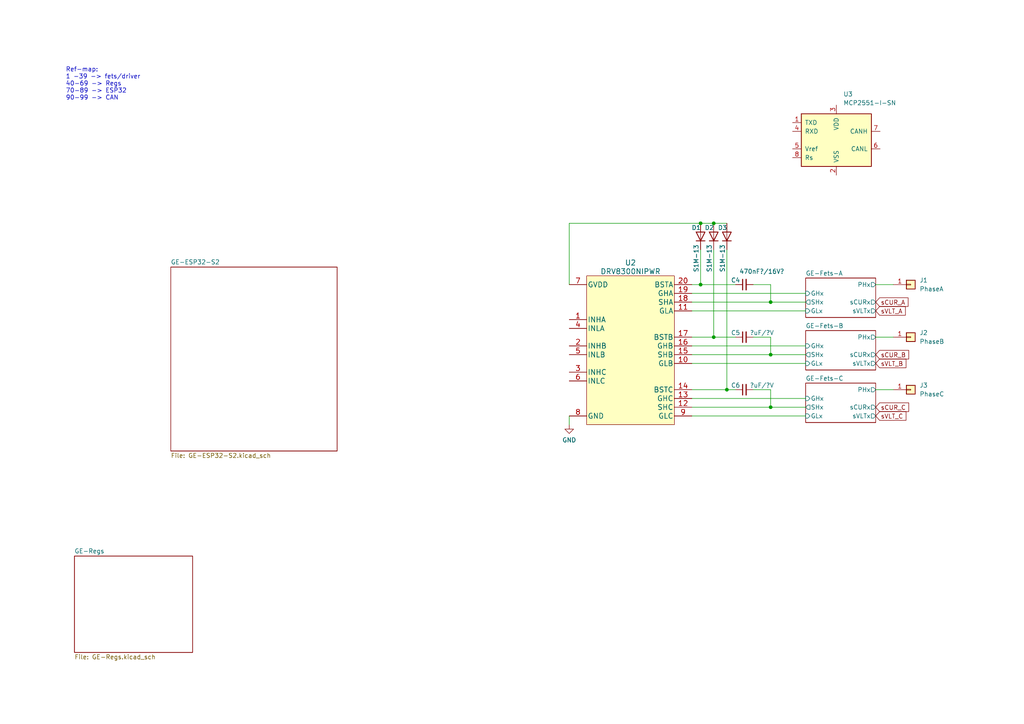
<source format=kicad_sch>
(kicad_sch (version 20211123) (generator eeschema)
  (paper "A4")
  (lib_symbols
    (symbol "AlfredoSymbols:DRV8300NIPWR" (pin_names (offset 0.254))
      (property "Reference" "U" (at 0 25.4 0))
      (property "Value" "DRV8300NIPWR" (at 0 22.86 0))
      (symbol "DRV8300NIPWR_1_1"
        (rectangle (start -12.7 21.59) (end 12.7 -21.59) (fill (type background)))
        (pin input line (at -17.78 8.89 0) (length 5.08) (name "INHA") (number "1"))
        (pin output line (at 17.78 -3.81 180) (length 5.08) (name "GLB") (number "10"))
        (pin output line (at 17.78 11.43 180) (length 5.08) (name "GLA") (number "11"))
        (pin input line (at 17.78 -16.51 180) (length 5.08) (name "SHC") (number "12"))
        (pin output line (at 17.78 -13.97 180) (length 5.08) (name "GHC") (number "13"))
        (pin output line (at 17.78 -11.43 180) (length 5.08) (name "BSTC") (number "14"))
        (pin input line (at 17.78 -1.27 180) (length 5.08) (name "SHB") (number "15"))
        (pin output line (at 17.78 1.27 180) (length 5.08) (name "GHB") (number "16"))
        (pin output line (at 17.78 3.81 180) (length 5.08) (name "BSTB") (number "17"))
        (pin input line (at 17.78 13.97 180) (length 5.08) (name "SHA") (number "18"))
        (pin output line (at 17.78 16.51 180) (length 5.08) (name "GHA") (number "19"))
        (pin input line (at -17.78 1.27 0) (length 5.08) (name "INHB") (number "2"))
        (pin output line (at 17.78 19.05 180) (length 5.08) (name "BSTA") (number "20"))
        (pin input line (at -17.78 -6.35 0) (length 5.08) (name "INHC") (number "3"))
        (pin input line (at -17.78 6.35 0) (length 5.08) (name "INLA") (number "4"))
        (pin input line (at -17.78 -1.27 0) (length 5.08) (name "INLB") (number "5"))
        (pin input line (at -17.78 -8.89 0) (length 5.08) (name "INLC") (number "6"))
        (pin power_in line (at -17.78 19.05 0) (length 5.08) (name "GVDD") (number "7"))
        (pin power_in line (at -17.78 -19.05 0) (length 5.08) (name "GND") (number "8"))
        (pin output line (at 17.78 -19.05 180) (length 5.08) (name "GLC") (number "9"))
      )
    )
    (symbol "Connector_Generic:Conn_01x01" (pin_names (offset 1.016) hide)
      (property "Reference" "J" (at 0 2.54 0))
      (property "Value" "Conn_01x01" (at 0 -2.54 0))
      (symbol "Conn_01x01_1_1"
        (rectangle (start -1.27 0.127) (end 0 -0.127) (stroke (width 0.1524)))
        (rectangle (start -1.27 1.27) (end 1.27 -1.27) (stroke (width 0.254)) (fill (type background)))
        (pin passive line (at -5.08 0 0) (length 3.81) (name "Pin_1") (number "1"))
      )
    )
    (symbol "Connector_Generic:Conn_01x06" (pin_names (offset 1.016) hide)
      (property "Reference" "J" (at 0 7.62 0))
      (property "Value" "Conn_01x06" (at 0 -10.16 0))
      (symbol "Conn_01x06_1_1"
        (rectangle (start -1.27 -7.493) (end 0 -7.747) (stroke (width 0.1524)))
        (rectangle (start -1.27 -4.953) (end 0 -5.207) (stroke (width 0.1524)))
        (rectangle (start -1.27 -2.413) (end 0 -2.667) (stroke (width 0.1524)))
        (rectangle (start -1.27 0.127) (end 0 -0.127) (stroke (width 0.1524)))
        (rectangle (start -1.27 2.667) (end 0 2.413) (stroke (width 0.1524)))
        (rectangle (start -1.27 5.207) (end 0 4.953) (stroke (width 0.1524)))
        (rectangle (start -1.27 6.35) (end 1.27 -8.89) (stroke (width 0.254)) (fill (type background)))
        (pin passive line (at -5.08 5.08 0) (length 3.81) (name "Pin_1") (number "1"))
        (pin passive line (at -5.08 2.54 0) (length 3.81) (name "Pin_2") (number "2"))
        (pin passive line (at -5.08 0 0) (length 3.81) (name "Pin_3") (number "3"))
        (pin passive line (at -5.08 -2.54 0) (length 3.81) (name "Pin_4") (number "4"))
        (pin passive line (at -5.08 -5.08 0) (length 3.81) (name "Pin_5") (number "5"))
        (pin passive line (at -5.08 -7.62 0) (length 3.81) (name "Pin_6") (number "6"))
      )
    )
    (symbol "Connector_Generic:Conn_01x11" (pin_names (offset 1.016) hide)
      (property "Reference" "J" (at 0 15.24 0))
      (property "Value" "Conn_01x11" (at 0 -15.24 0))
      (symbol "Conn_01x11_1_1"
        (rectangle (start -1.27 -12.573) (end 0 -12.827) (stroke (width 0.1524)))
        (rectangle (start -1.27 -10.033) (end 0 -10.287) (stroke (width 0.1524)))
        (rectangle (start -1.27 -7.493) (end 0 -7.747) (stroke (width 0.1524)))
        (rectangle (start -1.27 -4.953) (end 0 -5.207) (stroke (width 0.1524)))
        (rectangle (start -1.27 -2.413) (end 0 -2.667) (stroke (width 0.1524)))
        (rectangle (start -1.27 0.127) (end 0 -0.127) (stroke (width 0.1524)))
        (rectangle (start -1.27 2.667) (end 0 2.413) (stroke (width 0.1524)))
        (rectangle (start -1.27 5.207) (end 0 4.953) (stroke (width 0.1524)))
        (rectangle (start -1.27 7.747) (end 0 7.493) (stroke (width 0.1524)))
        (rectangle (start -1.27 10.287) (end 0 10.033) (stroke (width 0.1524)))
        (rectangle (start -1.27 12.827) (end 0 12.573) (stroke (width 0.1524)))
        (rectangle (start -1.27 13.97) (end 1.27 -13.97) (stroke (width 0.254)) (fill (type background)))
        (pin passive line (at -5.08 12.7 0) (length 3.81) (name "Pin_1") (number "1"))
        (pin passive line (at -5.08 -10.16 0) (length 3.81) (name "Pin_10") (number "10"))
        (pin passive line (at -5.08 -12.7 0) (length 3.81) (name "Pin_11") (number "11"))
        (pin passive line (at -5.08 10.16 0) (length 3.81) (name "Pin_2") (number "2"))
        (pin passive line (at -5.08 7.62 0) (length 3.81) (name "Pin_3") (number "3"))
        (pin passive line (at -5.08 5.08 0) (length 3.81) (name "Pin_4") (number "4"))
        (pin passive line (at -5.08 2.54 0) (length 3.81) (name "Pin_5") (number "5"))
        (pin passive line (at -5.08 0 0) (length 3.81) (name "Pin_6") (number "6"))
        (pin passive line (at -5.08 -2.54 0) (length 3.81) (name "Pin_7") (number "7"))
        (pin passive line (at -5.08 -5.08 0) (length 3.81) (name "Pin_8") (number "8"))
        (pin passive line (at -5.08 -7.62 0) (length 3.81) (name "Pin_9") (number "9"))
      )
    )
    (symbol "Device:C" (pin_numbers hide) (pin_names (offset 0.254))
      (property "Reference" "C" (at 0.635 2.54 0))
      (property "Value" "C" (at 0.635 -2.54 0))
      (symbol "C_0_1"
        (polyline (pts (xy -2.032 -0.762) (xy 2.032 -0.762)) (stroke (width 0.508)))
        (polyline (pts (xy -2.032 0.762) (xy 2.032 0.762)) (stroke (width 0.508)))
      )
      (symbol "C_1_1"
        (pin passive line (at 0 3.81 270) (length 2.794) (name "~") (number "1"))
        (pin passive line (at 0 -3.81 90) (length 2.794) (name "~") (number "2"))
      )
    )
    (symbol "Device:C_Small" (pin_numbers hide) (pin_names (offset 0.254) hide)
      (property "Reference" "C" (at 0.254 1.778 0))
      (property "Value" "C_Small" (at 0.254 -2.032 0))
      (symbol "C_Small_0_1"
        (polyline (pts (xy -1.524 -0.508) (xy 1.524 -0.508)) (stroke (width 0.3302)))
        (polyline (pts (xy -1.524 0.508) (xy 1.524 0.508)) (stroke (width 0.3048)))
      )
      (symbol "C_Small_1_1"
        (pin passive line (at 0 2.54 270) (length 2.032) (name "~") (number "1"))
        (pin passive line (at 0 -2.54 90) (length 2.032) (name "~") (number "2"))
      )
    )
    (symbol "Device:D_Zener" (pin_numbers hide) (pin_names (offset 1.016) hide)
      (property "Reference" "D" (at 0 2.54 0))
      (property "Value" "D_Zener" (at 0 -2.54 0))
      (symbol "D_Zener_0_1"
        (polyline (pts (xy 1.27 0) (xy -1.27 0)))
        (polyline (pts (xy -1.27 -1.27) (xy -1.27 1.27) (xy -0.762 1.27)) (stroke (width 0.254)))
        (polyline (pts (xy 1.27 -1.27) (xy 1.27 1.27) (xy -1.27 0) (xy 1.27 -1.27)) (stroke (width 0.254)))
      )
      (symbol "D_Zener_1_1"
        (pin passive line (at -3.81 0 0) (length 2.54) (name "K") (number "1"))
        (pin passive line (at 3.81 0 180) (length 2.54) (name "A") (number "2"))
      )
    )
    (symbol "Device:LED" (pin_numbers hide) (pin_names (offset 1.016) hide)
      (property "Reference" "D" (at 0 2.54 0))
      (property "Value" "LED" (at 0 -2.54 0))
      (symbol "LED_0_1"
        (polyline (pts (xy -1.27 -1.27) (xy -1.27 1.27)) (stroke (width 0.254)))
        (polyline (pts (xy -1.27 0) (xy 1.27 0)))
        (polyline (pts (xy 1.27 -1.27) (xy 1.27 1.27) (xy -1.27 0) (xy 1.27 -1.27)) (stroke (width 0.254)))
        (polyline (pts (xy -3.048 -0.762) (xy -4.572 -2.286) (xy -3.81 -2.286) (xy -4.572 -2.286) (xy -4.572 -1.524)))
        (polyline (pts (xy -1.778 -0.762) (xy -3.302 -2.286) (xy -2.54 -2.286) (xy -3.302 -2.286) (xy -3.302 -1.524)))
      )
      (symbol "LED_1_1"
        (pin passive line (at -3.81 0 0) (length 2.54) (name "K") (number "1"))
        (pin passive line (at 3.81 0 180) (length 2.54) (name "A") (number "2"))
      )
    )
    (symbol "Device:R" (pin_numbers hide) (pin_names (offset 0))
      (property "Reference" "R" (at 2.032 0 90))
      (property "Value" "R" (at 0 0 90))
      (symbol "R_0_1"
        (rectangle (start -1.016 -2.54) (end 1.016 2.54) (stroke (width 0.254)))
      )
      (symbol "R_1_1"
        (pin passive line (at 0 3.81 270) (length 1.27) (name "~") (number "1"))
        (pin passive line (at 0 -3.81 90) (length 1.27) (name "~") (number "2"))
      )
    )
    (symbol "Diode:US1M" (pin_numbers hide) (pin_names (offset 1.016) hide)
      (property "Reference" "D" (at 0 2.54 0))
      (property "Value" "US1M" (at 0 -2.54 0))
      (symbol "US1M_0_1"
        (polyline (pts (xy -1.27 1.27) (xy -1.27 -1.27)) (stroke (width 0.254)))
        (polyline (pts (xy 1.27 0) (xy -1.27 0)))
        (polyline (pts (xy 1.27 1.27) (xy 1.27 -1.27) (xy -1.27 0) (xy 1.27 1.27)) (stroke (width 0.254)))
      )
      (symbol "US1M_1_1"
        (pin passive line (at -3.81 0 0) (length 2.54) (name "K") (number "1"))
        (pin passive line (at 3.81 0 180) (length 2.54) (name "A") (number "2"))
      )
    )
    (symbol "Interface_CAN_LIN:MCP2551-I-SN" (pin_names (offset 1.016))
      (property "Reference" "U" (at -10.16 8.89 0))
      (property "Value" "MCP2551-I-SN" (at 2.54 8.89 0))
      (symbol "MCP2551-I-SN_0_1"
        (rectangle (start -10.16 7.62) (end 10.16 -7.62) (stroke (width 0.254)) (fill (type background)))
      )
      (symbol "MCP2551-I-SN_1_1"
        (pin input line (at -12.7 5.08 0) (length 2.54) (name "TXD") (number "1"))
        (pin power_in line (at 0 -10.16 90) (length 2.54) (name "VSS") (number "2"))
        (pin power_in line (at 0 10.16 270) (length 2.54) (name "VDD") (number "3"))
        (pin output line (at -12.7 2.54 0) (length 2.54) (name "RXD") (number "4"))
        (pin power_out line (at -12.7 -2.54 0) (length 2.54) (name "Vref") (number "5"))
        (pin bidirectional line (at 12.7 -2.54 180) (length 2.54) (name "CANL") (number "6"))
        (pin bidirectional line (at 12.7 2.54 180) (length 2.54) (name "CANH") (number "7"))
        (pin input line (at -12.7 -5.08 0) (length 2.54) (name "Rs") (number "8"))
      )
    )
    (symbol "power:+3V3" (power) (pin_names (offset 0))
      (property "Value" "+3V3" (at 0 3.556 0))
      (symbol "+3V3_0_1"
        (polyline (pts (xy -0.762 1.27) (xy 0 2.54)))
        (polyline (pts (xy 0 0) (xy 0 2.54)))
        (polyline (pts (xy 0 2.54) (xy 0.762 1.27)))
      )
      (symbol "+3V3_1_1"
        (pin power_in line (at 0 0 90) (length 0) hide (name "+3V3") (number "1"))
      )
    )
    (symbol "power:GND" (power) (pin_names (offset 0))
      (property "Value" "GND" (at 0 -3.81 0))
      (symbol "GND_0_1"
        (polyline (pts (xy 0 0) (xy 0 -1.27) (xy 1.27 -1.27) (xy 0 -2.54) (xy -1.27 -1.27) (xy 0 -1.27)))
      )
      (symbol "GND_1_1"
        (pin power_in line (at 0 0 270) (length 0) hide (name "GND") (number "1"))
      )
    )
    (symbol "power:VDD" (power) (pin_names (offset 0))
      (property "Value" "VDD" (at 0 3.81 0))
      (symbol "VDD_0_1"
        (polyline (pts (xy -0.762 1.27) (xy 0 2.54)))
        (polyline (pts (xy 0 0) (xy 0 2.54)))
        (polyline (pts (xy 0 2.54) (xy 0.762 1.27)))
      )
      (symbol "VDD_1_1"
        (pin power_in line (at 0 0 90) (length 0) hide (name "VDD") (number "1"))
      )
    )
  )
  (junction (at 223.52 102.87))
  (junction (at -52.07 83.82))
  (junction (at -58.42 76.2))
  (junction (at 203.2 82.55))
  (junction (at 223.52 118.11))
  (junction (at 223.52 87.63))
  (junction (at -36.83 217.17))
  (junction (at -74.93 127))
  (junction (at -31.75 207.01))
  (junction (at -52.07 76.2))
  (junction (at -54.61 115.57))
  (junction (at 207.01 97.79))
  (junction (at -46.99 171.45))
  (junction (at -74.93 134.62))
  (junction (at -71.12 83.82))
  (junction (at -52.07 113.03))
  (junction (at -64.77 83.82))
  (junction (at -46.99 176.53))
  (junction (at -58.42 83.82))
  (junction (at -74.93 130.81))
  (junction (at -64.77 76.2))
  (junction (at -31.75 217.17))
  (junction (at -49.53 138.43))
  (junction (at -57.15 118.11))
  (junction (at -36.83 207.01))
  (junction (at 207.01 64.77))
  (junction (at -49.53 107.95))
  (junction (at -71.12 76.2))
  (junction (at 203.2 64.77))
  (junction (at 210.82 113.03))
  (no_connect (at -213.36 346.71))
  (wire (pts (xy -49.53 138.43) (xy -49.53 107.95)))
  (wire (pts (xy -46.99 171.45) (xy -46.99 166.37)))
  (wire (pts (xy -31.75 208.28) (xy -31.75 207.01)))
  (wire (pts (xy -36.83 215.9) (xy -36.83 217.17)))
  (wire (pts (xy -52.07 83.82) (xy -33.02 83.82)))
  (wire (pts (xy -52.07 76.2) (xy -33.02 76.2)))
  (wire (pts (xy 223.52 87.63) (xy 233.68 87.63)))
  (wire (pts (xy 207.01 72.39) (xy 207.01 97.79)))
  (wire (pts (xy -54.61 115.57) (xy -39.37 115.57)))
  (wire (pts (xy -52.07 176.53) (xy -46.99 176.53)))
  (wire (pts (xy 200.66 120.65) (xy 233.68 120.65)))
  (wire (pts (xy -74.93 134.62) (xy -74.93 130.81)))
  (wire (pts (xy -68.58 198.12) (xy -68.58 196.85)))
  (wire (pts (xy -52.07 76.2) (xy -58.42 76.2)))
  (wire (pts (xy 200.66 115.57) (xy 233.68 115.57)))
  (wire (pts (xy -57.15 127) (xy -66.04 127)))
  (wire (pts (xy -68.58 215.9) (xy -68.58 217.17)))
  (wire (pts (xy 210.82 72.39) (xy 210.82 113.03)))
  (wire (pts (xy 218.44 113.03) (xy 223.52 113.03)))
  (wire (pts (xy 218.44 97.79) (xy 223.52 97.79)))
  (wire (pts (xy -167.64 387.35) (xy -165.1 387.35)))
  (wire (pts (xy -59.69 115.57) (xy -54.61 115.57)))
  (wire (pts (xy -73.66 127) (xy -74.93 127)))
  (wire (pts (xy 203.2 82.55) (xy 213.36 82.55)))
  (wire (pts (xy -49.53 107.95) (xy -39.37 107.95)))
  (wire (pts (xy -74.93 127) (xy -74.93 125.73)))
  (wire (pts (xy -31.75 198.12) (xy -31.75 195.58)))
  (wire (pts (xy -172.72 354.33) (xy -166.37 354.33)))
  (wire (pts (xy -119.38 388.62) (xy -119.38 387.35)))
  (wire (pts (xy 200.66 97.79) (xy 207.01 97.79)))
  (wire (pts (xy -36.83 208.28) (xy -36.83 207.01)))
  (wire (pts (xy 210.82 64.77) (xy 207.01 64.77)))
  (wire (pts (xy -58.42 76.2) (xy -64.77 76.2)))
  (wire (pts (xy 223.52 113.03) (xy 223.52 118.11)))
  (wire (pts (xy 254 97.79) (xy 259.08 97.79)))
  (wire (pts (xy 223.52 97.79) (xy 223.52 102.87)))
  (wire (pts (xy 165.1 64.77) (xy 165.1 82.55)))
  (wire (pts (xy 218.44 82.55) (xy 223.52 82.55)))
  (wire (pts (xy -59.69 118.11) (xy -57.15 118.11)))
  (wire (pts (xy 200.66 113.03) (xy 210.82 113.03)))
  (wire (pts (xy 200.66 85.09) (xy 233.68 85.09)))
  (wire (pts (xy -45.72 207.01) (xy -36.83 207.01)))
  (wire (pts (xy 165.1 120.65) (xy 165.1 123.19)))
  (wire (pts (xy -60.96 166.37) (xy -59.69 166.37)))
  (wire (pts (xy -77.47 83.82) (xy -71.12 83.82)))
  (wire (pts (xy -223.52 382.27) (xy -209.55 382.27)))
  (wire (pts (xy -209.55 388.62) (xy -209.55 387.35)))
  (wire (pts (xy 210.82 113.03) (xy 213.36 113.03)))
  (wire (pts (xy 200.66 100.33) (xy 233.68 100.33)))
  (wire (pts (xy -165.1 384.81) (xy -162.56 384.81)))
  (wire (pts (xy -68.58 205.74) (xy -68.58 208.28)))
  (wire (pts (xy -54.61 115.57) (xy -54.61 130.81)))
  (wire (pts (xy -31.75 217.17) (xy -31.75 218.44)))
  (wire (pts (xy 200.66 105.41) (xy 233.68 105.41)))
  (wire (pts (xy -57.15 118.11) (xy -39.37 118.11)))
  (wire (pts (xy 223.52 82.55) (xy 223.52 87.63)))
  (wire (pts (xy -60.96 171.45) (xy -59.69 171.45)))
  (wire (pts (xy -52.07 113.03) (xy -52.07 134.62)))
  (wire (pts (xy -209.55 388.62) (xy -219.71 388.62)))
  (wire (pts (xy -52.07 166.37) (xy -46.99 166.37)))
  (wire (pts (xy -45.72 217.17) (xy -36.83 217.17)))
  (wire (pts (xy -71.12 167.64) (xy -68.58 167.64)))
  (wire (pts (xy -140.97 356.87) (xy -130.81 356.87)))
  (wire (pts (xy -165.1 387.35) (xy -165.1 384.81)))
  (wire (pts (xy -74.93 130.81) (xy -74.93 127)))
  (wire (pts (xy 200.66 118.11) (xy 223.52 118.11)))
  (wire (pts (xy -71.12 76.2) (xy -77.47 76.2)))
  (wire (pts (xy -64.77 76.2) (xy -71.12 76.2)))
  (wire (pts (xy -223.52 349.25) (xy -213.36 349.25)))
  (wire (pts (xy -49.53 138.43) (xy -50.8 138.43)))
  (wire (pts (xy -124.46 387.35) (xy -121.92 387.35)))
  (wire (pts (xy -214.63 387.35) (xy -212.09 387.35)))
  (wire (pts (xy -58.42 138.43) (xy -74.93 138.43)))
  (wire (pts (xy -59.69 113.03) (xy -52.07 113.03)))
  (wire (pts (xy -162.56 388.62) (xy -172.72 388.62)))
  (wire (pts (xy 254 82.55) (xy 259.08 82.55)))
  (wire (pts (xy 203.2 72.39) (xy 203.2 82.55)))
  (wire (pts (xy -119.38 388.62) (xy -129.54 388.62)))
  (wire (pts (xy -46.99 171.45) (xy -52.07 171.45)))
  (wire (pts (xy -63.5 134.62) (xy -74.93 134.62)))
  (wire (pts (xy -45.72 215.9) (xy -45.72 217.17)))
  (wire (pts (xy 207.01 97.79) (xy 213.36 97.79)))
  (wire (pts (xy -200.66 344.17) (xy -190.5 344.17)))
  (wire (pts (xy -54.61 107.95) (xy -49.53 107.95)))
  (wire (pts (xy -71.12 83.82) (xy -64.77 83.82)))
  (wire (pts (xy -58.42 83.82) (xy -52.07 83.82)))
  (wire (pts (xy 200.66 87.63) (xy 223.52 87.63)))
  (wire (pts (xy -45.72 208.28) (xy -45.72 207.01)))
  (wire (pts (xy 207.01 64.77) (xy 203.2 64.77)))
  (wire (pts (xy 203.2 64.77) (xy 165.1 64.77)))
  (wire (pts (xy -121.92 384.81) (xy -119.38 384.81)))
  (wire (pts (xy -54.61 130.81) (xy -60.96 130.81)))
  (wire (pts (xy -162.56 388.62) (xy -162.56 387.35)))
  (wire (pts (xy -121.92 387.35) (xy -121.92 384.81)))
  (wire (pts (xy -60.96 176.53) (xy -59.69 176.53)))
  (wire (pts (xy -72.39 176.53) (xy -68.58 176.53)))
  (wire (pts (xy -52.07 113.03) (xy -39.37 113.03)))
  (wire (pts (xy -36.83 207.01) (xy -31.75 207.01)))
  (wire (pts (xy -212.09 387.35) (xy -212.09 384.81)))
  (wire (pts (xy -46.99 171.45) (xy -46.99 176.53)))
  (wire (pts (xy -190.5 356.87) (xy -200.66 356.87)))
  (wire (pts (xy -130.81 344.17) (xy -140.97 344.17)))
  (wire (pts (xy -166.37 351.79) (xy -172.72 351.79)))
  (wire (pts (xy -176.53 382.27) (xy -162.56 382.27)))
  (wire (pts (xy -212.09 384.81) (xy -209.55 384.81)))
  (wire (pts (xy -74.93 130.81) (xy -68.58 130.81)))
  (wire (pts (xy 200.66 90.17) (xy 233.68 90.17)))
  (wire (pts (xy -74.93 138.43) (xy -74.93 134.62)))
  (wire (pts (xy -31.75 215.9) (xy -31.75 217.17)))
  (wire (pts (xy 223.52 118.11) (xy 233.68 118.11)))
  (wire (pts (xy -31.75 207.01) (xy -31.75 205.74)))
  (wire (pts (xy -64.77 83.82) (xy -58.42 83.82)))
  (wire (pts (xy -36.83 217.17) (xy -31.75 217.17)))
  (wire (pts (xy 200.66 102.87) (xy 223.52 102.87)))
  (wire (pts (xy -52.07 134.62) (xy -55.88 134.62)))
  (wire (pts (xy 223.52 102.87) (xy 233.68 102.87)))
  (wire (pts (xy -57.15 118.11) (xy -57.15 127)))
  (wire (pts (xy -68.58 167.64) (xy -68.58 166.37)))
  (wire (pts (xy -133.35 382.27) (xy -119.38 382.27)))
  (wire (pts (xy 200.66 82.55) (xy 203.2 82.55)))
  (wire (pts (xy 254 113.03) (xy 259.08 113.03)))
  (wire (pts (xy -68.58 171.45) (xy -72.39 171.45)))
  (text "place next to VDD pins" (at -71.12 74.93 0) (effects (font (size 1.27 1.27)) (justify left bottom)))
  (text "Ref-map:\n1 -39 -> fets/driver\n40-69 -> Regs\n70-89 -> ESP32\n90-99 -> CAN" (at 19.05 29.21 0) (effects (font (size 1.27 1.27)) (justify left bottom)))
  (text "for VDDA" (at -39.37 74.93 0) (effects (font (size 1.27 1.27)) (justify left bottom)))
  (global_label "INH_B" (shape input) (at -146.05 379.73 0) (property "Intersheet References" "${INTERSHEET_REFS}" (effects hide)))
  (global_label "sCUR_B" (shape input) (at -209.55 392.43 180) (property "Intersheet References" "${INTERSHEET_REFS}" (effects hide)))
  (global_label "HALL_1" (shape input) (at -190.5 349.25 180) (property "Intersheet References" "${INTERSHEET_REFS}" (effects hide)))
  (global_label "D_MOSI" (shape input) (at -209.55 374.65 180) (property "Intersheet References" "${INTERSHEET_REFS}" (effects hide)))
  (global_label "sVLT_C" (shape input) (at 254 120.65 0) (property "Intersheet References" "${INTERSHEET_REFS}" (effects hide)))
  (global_label "INH_A" (shape input) (at -193.04 384.81 0) (property "Intersheet References" "${INTERSHEET_REFS}" (effects hide)))
  (global_label "SH_A" (shape input) (at -193.04 394.97 0) (property "Intersheet References" "${INTERSHEET_REFS}" (effects hide)))
  (global_label "sCUR_B" (shape input) (at -162.56 392.43 180) (property "Intersheet References" "${INTERSHEET_REFS}" (effects hide)))
  (global_label "RX" (shape input) (at -213.36 351.79 180) (property "Intersheet References" "${INTERSHEET_REFS}" (effects hide)))
  (global_label "HALL_3" (shape input) (at -59.69 118.11 180) (property "Intersheet References" "${INTERSHEET_REFS}" (effects hide)))
  (global_label "INH_B" (shape input) (at -193.04 379.73 0) (property "Intersheet References" "${INTERSHEET_REFS}" (effects hide)))
  (global_label "SH_B" (shape input) (at -146.05 392.43 0) (property "Intersheet References" "${INTERSHEET_REFS}" (effects hide)))
  (global_label "ADC_TEMP" (shape input) (at -209.55 369.57 180) (property "Intersheet References" "${INTERSHEET_REFS}" (effects hide)))
  (global_label "D_MISO" (shape input) (at -209.55 377.19 180) (property "Intersheet References" "${INTERSHEET_REFS}" (effects hide)))
  (global_label "S3_SCK" (shape input) (at -119.38 379.73 180) (property "Intersheet References" "${INTERSHEET_REFS}" (effects hide)))
  (global_label "HALL_3" (shape input) (at -190.5 354.33 180) (property "Intersheet References" "${INTERSHEET_REFS}" (effects hide)))
  (global_label "S3_MOSI" (shape input) (at -119.38 374.65 180) (property "Intersheet References" "${INTERSHEET_REFS}" (effects hide)))
  (global_label "FAULT" (shape input) (at -146.05 369.57 0) (property "Intersheet References" "${INTERSHEET_REFS}" (effects hide)))
  (global_label "INL_B" (shape input) (at -193.04 377.19 0) (property "Intersheet References" "${INTERSHEET_REFS}" (effects hide)))
  (global_label "S3_MOSI" (shape input) (at -162.56 374.65 180) (property "Intersheet References" "${INTERSHEET_REFS}" (effects hide)))
  (global_label "sCUR_A" (shape input) (at -162.56 389.89 180) (property "Intersheet References" "${INTERSHEET_REFS}" (effects hide)))
  (global_label "USB_DP" (shape input) (at -158.75 354.33 0) (property "Intersheet References" "${INTERSHEET_REFS}" (effects hide)))
  (global_label "S3_CS" (shape input) (at -119.38 372.11 180) (property "Intersheet References" "${INTERSHEET_REFS}" (effects hide)))
  (global_label "sCUR_C" (shape input) (at -209.55 394.97 180) (property "Intersheet References" "${INTERSHEET_REFS}" (effects hide)))
  (global_label "INL_B" (shape input) (at -146.05 377.19 0) (property "Intersheet References" "${INTERSHEET_REFS}" (effects hide)))
  (global_label "INL_A" (shape input) (at -102.87 382.27 0) (property "Intersheet References" "${INTERSHEET_REFS}" (effects hide)))
  (global_label "sCUR_B" (shape input) (at 254 102.87 0) (property "Intersheet References" "${INTERSHEET_REFS}" (effects hide)))
  (global_label "TEMP_MOTOR" (shape input) (at -54.61 107.95 180) (property "Intersheet References" "${INTERSHEET_REFS}" (effects hide)))
  (global_label "ADC_TEMP" (shape input) (at -162.56 369.57 180) (property "Intersheet References" "${INTERSHEET_REFS}" (effects hide)))
  (global_label "INL_C" (shape input) (at -146.05 372.11 0) (property "Intersheet References" "${INTERSHEET_REFS}" (effects hide)))
  (global_label "USB_DM" (shape input) (at -158.75 351.79 0) (property "Intersheet References" "${INTERSHEET_REFS}" (effects hide)))
  (global_label "FAULT" (shape input) (at -102.87 369.57 0) (property "Intersheet References" "${INTERSHEET_REFS}" (effects hide)))
  (global_label "sVLT_VDD" (shape input) (at -31.75 207.01 0) (property "Intersheet References" "${INTERSHEET_REFS}" (effects hide)))
  (global_label "sCUR_C" (shape input) (at -162.56 394.97 180) (property "Intersheet References" "${INTERSHEET_REFS}" (effects hide)))
  (global_label "sVLT_B" (shape input) (at 254 105.41 0) (property "Intersheet References" "${INTERSHEET_REFS}" (effects hide)))
  (global_label "SWCLK" (shape input) (at -172.72 349.25 0) (property "Intersheet References" "${INTERSHEET_REFS}" (effects hide)))
  (global_label "FAULT" (shape input) (at -193.04 369.57 0) (property "Intersheet References" "${INTERSHEET_REFS}" (effects hide)))
  (global_label "sCUR_C" (shape input) (at -119.38 394.97 180) (property "Intersheet References" "${INTERSHEET_REFS}" (effects hide)))
  (global_label "TEMP_MOTOR" (shape input) (at -190.5 346.71 180) (property "Intersheet References" "${INTERSHEET_REFS}" (effects hide)))
  (global_label "SH_C" (shape input) (at -102.87 389.89 0) (property "Intersheet References" "${INTERSHEET_REFS}" (effects hide)))
  (global_label "EN_GATE" (shape input) (at -146.05 387.35 0) (property "Intersheet References" "${INTERSHEET_REFS}" (effects hide)))
  (global_label "sCUR_C" (shape input) (at 254 118.11 0) (property "Intersheet References" "${INTERSHEET_REFS}" (effects hide)))
  (global_label "HALL_1" (shape input) (at -59.69 113.03 180) (property "Intersheet References" "${INTERSHEET_REFS}" (effects hide)))
  (global_label "S1_SCK_AE1" (shape input) (at -140.97 349.25 0) (property "Intersheet References" "${INTERSHEET_REFS}" (effects hide)))
  (global_label "SH_B" (shape input) (at -102.87 392.43 0) (property "Intersheet References" "${INTERSHEET_REFS}" (effects hide)))
  (global_label "FET_TEMP" (shape input) (at -68.58 207.01 0) (property "Intersheet References" "${INTERSHEET_REFS}" (effects hide)))
  (global_label "INL_B" (shape input) (at -102.87 377.19 0) (property "Intersheet References" "${INTERSHEET_REFS}" (effects hide)))
  (global_label "sCUR_A" (shape input) (at 254 87.63 0) (property "Intersheet References" "${INTERSHEET_REFS}" (effects hide)))
  (global_label "EN_GATE" (shape input) (at -102.87 387.35 0) (property "Intersheet References" "${INTERSHEET_REFS}" (effects hide)))
  (global_label "S1_MISO_AE2" (shape input) (at -140.97 351.79 0) (property "Intersheet References" "${INTERSHEET_REFS}" (effects hide)))
  (global_label "INH_B" (shape input) (at -102.87 379.73 0) (property "Intersheet References" "${INTERSHEET_REFS}" (effects hide)))
  (global_label "S3_MISO" (shape input) (at -119.38 377.19 180) (property "Intersheet References" "${INTERSHEET_REFS}" (effects hide)))
  (global_label "SH_B" (shape input) (at -193.04 392.43 0) (property "Intersheet References" "${INTERSHEET_REFS}" (effects hide)))
  (global_label "D_SCK" (shape input) (at -209.55 379.73 180) (property "Intersheet References" "${INTERSHEET_REFS}" (effects hide)))
  (global_label "SERVO" (shape input) (at -213.36 344.17 180) (property "Intersheet References" "${INTERSHEET_REFS}" (effects hide)))
  (global_label "sCUR_A" (shape input) (at -119.38 389.89 180) (property "Intersheet References" "${INTERSHEET_REFS}" (effects hide)))
  (global_label "INH_A" (shape input) (at -146.05 384.81 0) (property "Intersheet References" "${INTERSHEET_REFS}" (effects hide)))
  (global_label "SH_C" (shape input) (at -193.04 389.89 0) (property "Intersheet References" "${INTERSHEET_REFS}" (effects hide)))
  (global_label "INH_C" (shape input) (at -193.04 374.65 0) (property "Intersheet References" "${INTERSHEET_REFS}" (effects hide)))
  (global_label "D_CS" (shape input) (at -209.55 372.11 180) (property "Intersheet References" "${INTERSHEET_REFS}" (effects hide)))
  (global_label "S1_SCK_AE1" (shape input) (at -213.36 356.87 180) (property "Intersheet References" "${INTERSHEET_REFS}" (effects hide)))
  (global_label "SH_A" (shape input) (at -102.87 394.97 0) (property "Intersheet References" "${INTERSHEET_REFS}" (effects hide)))
  (global_label "sCUR_A" (shape input) (at -209.55 389.89 180) (property "Intersheet References" "${INTERSHEET_REFS}" (effects hide)))
  (global_label "INL_A" (shape input) (at -193.04 382.27 0) (property "Intersheet References" "${INTERSHEET_REFS}" (effects hide)))
  (global_label "INH_C" (shape input) (at -102.87 374.65 0) (property "Intersheet References" "${INTERSHEET_REFS}" (effects hide)))
  (global_label "S1_CS" (shape input) (at -140.97 346.71 0) (property "Intersheet References" "${INTERSHEET_REFS}" (effects hide)))
  (global_label "sVLT_A" (shape input) (at 254 90.17 0) (property "Intersheet References" "${INTERSHEET_REFS}" (effects hide)))
  (global_label "S1_MISO_AE2" (shape input) (at -172.72 344.17 0) (property "Intersheet References" "${INTERSHEET_REFS}" (effects hide)))
  (global_label "S1_MOSI" (shape input) (at -140.97 354.33 0) (property "Intersheet References" "${INTERSHEET_REFS}" (effects hide)))
  (global_label "HALL_2" (shape input) (at -59.69 115.57 180) (property "Intersheet References" "${INTERSHEET_REFS}" (effects hide)))
  (global_label "INH_C" (shape input) (at -146.05 374.65 0) (property "Intersheet References" "${INTERSHEET_REFS}" (effects hide)))
  (global_label "HALL_2" (shape input) (at -190.5 351.79 180) (property "Intersheet References" "${INTERSHEET_REFS}" (effects hide)))
  (global_label "SH_C" (shape input) (at -146.05 389.89 0) (property "Intersheet References" "${INTERSHEET_REFS}" (effects hide)))
  (global_label "sCUR_B" (shape input) (at -119.38 392.43 180) (property "Intersheet References" "${INTERSHEET_REFS}" (effects hide)))
  (global_label "INH_A" (shape input) (at -102.87 384.81 0) (property "Intersheet References" "${INTERSHEET_REFS}" (effects hide)))
  (global_label "S3_MISO" (shape input) (at -162.56 377.19 180) (property "Intersheet References" "${INTERSHEET_REFS}" (effects hide)))
  (global_label "SWDIO" (shape input) (at -172.72 346.71 0) (property "Intersheet References" "${INTERSHEET_REFS}" (effects hide)))
  (global_label "ADC_TEMP" (shape input) (at -119.38 369.57 180) (property "Intersheet References" "${INTERSHEET_REFS}" (effects hide)))
  (global_label "EN_GATE" (shape input) (at -193.04 387.35 0) (property "Intersheet References" "${INTERSHEET_REFS}" (effects hide)))
  (global_label "INL_C" (shape input) (at -193.04 372.11 0) (property "Intersheet References" "${INTERSHEET_REFS}" (effects hide)))
  (global_label "TX" (shape input) (at -213.36 354.33 180) (property "Intersheet References" "${INTERSHEET_REFS}" (effects hide)))
  (global_label "INL_C" (shape input) (at -102.87 372.11 0) (property "Intersheet References" "${INTERSHEET_REFS}" (effects hide)))
  (global_label "SH_A" (shape input) (at -146.05 394.97 0) (property "Intersheet References" "${INTERSHEET_REFS}" (effects hide)))
  (global_label "S3_CS" (shape input) (at -162.56 372.11 180) (property "Intersheet References" "${INTERSHEET_REFS}" (effects hide)))
  (global_label "INL_A" (shape input) (at -146.05 382.27 0) (property "Intersheet References" "${INTERSHEET_REFS}" (effects hide)))
  (global_label "S3_SCK" (shape input) (at -162.56 379.73 180) (property "Intersheet References" "${INTERSHEET_REFS}" (effects hide)))
  (symbol (lib_id "power:GND") (at -223.52 349.25 0) (unit 1)
    (property "Reference" "#PWR?" (effects hide))
    (property "Value" "GND" (at -223.393 353.6442 0))
  )
  (symbol (lib_id "Connector_Generic:Conn_01x01") (at 264.16 113.03 0) (unit 1)
    (property "Reference" "J3" (at 266.7 111.7599 0) (effects (justify left)))
    (property "Value" "PhaseC" (at 266.7 114.2999 0) (effects (justify left)))
  )
  (symbol (lib_id "Device:R") (at -31.75 212.09 180) (unit 1)
    (property "Reference" "R?" (at -27.94 210.82 0))
    (property "Value" "2K2" (at -27.94 213.36 0))
    (property "Footprint" "Resistor_SMD:R_0603_1608Metric" (effects hide))
    (property "Datasheet" "https://lcsc.com/product-detail/Chip-Resistor-Surface-Mount_UNI-ROYAL-Uniroyal-Elec-0603WAF2201T5E_C4190.html" (effects hide))
    (property "LCSC" "C4190" (effects hide))
  )
  (symbol (lib_id "Device:C") (at -52.07 80.01 0) (unit 1)
    (property "Reference" "C?" (at -54.61 77.47 0))
    (property "Value" "2.2uF" (at -54.61 82.55 0))
    (property "Footprint" "Capacitor_SMD:C_0603_1608Metric" (effects hide))
    (property "Datasheet" "https://lcsc.com/product-detail/Multilayer-Ceramic-Capacitors-MLCC-SMD-SMT_Samsung-Electro-Mechanics-CL10A225KO8NNNC_C23630.html" (effects hide))
    (property "LCSC" "C23630" (effects hide))
  )
  (symbol (lib_id "power:+3V3") (at -124.46 387.35 0) (unit 1)
    (property "Reference" "#PWR?" (effects hide))
    (property "Value" "+3V3" (at -124.46 383.54 0))
  )
  (symbol (lib_id "power:+3V3") (at -77.47 76.2 0) (unit 1)
    (property "Reference" "#PWR?" (effects hide))
    (property "Value" "+3V3" (at -77.089 71.8058 0))
  )
  (symbol (lib_id "power:+3V3") (at -74.93 125.73 0) (unit 1)
    (property "Reference" "#PWR?" (effects hide))
    (property "Value" "+3V3" (at -74.549 121.3358 0))
  )
  (symbol (lib_id "Device:R") (at -64.77 171.45 270) (unit 1)
    (property "Reference" "R?" (at -63.5 171.45 90) (effects (justify right)))
    (property "Value" "3.3K" (at -62.23 168.91 90) (effects (justify right)))
    (property "Footprint" "Resistor_SMD:R_0805_2012Metric" (effects hide))
    (property "Datasheet" "https://lcsc.com/product-detail/Chip-Resistor-Surface-Mount_UNI-ROYAL-Uniroyal-Elec-0805W8F3301T5E_C26010.html" (effects hide))
    (property "LCSC" "C26010" (effects hide))
  )
  (symbol (lib_id "Device:C") (at -71.12 80.01 0) (unit 1)
    (property "Reference" "C?" (at -73.66 77.47 0))
    (property "Value" "2.2uF" (at -73.66 82.55 0))
    (property "Footprint" "Capacitor_SMD:C_0603_1608Metric" (effects hide))
    (property "Datasheet" "https://lcsc.com/product-detail/Multilayer-Ceramic-Capacitors-MLCC-SMD-SMT_Samsung-Electro-Mechanics-CL10A225KO8NNNC_C23630.html" (effects hide))
    (property "LCSC" "C23630" (effects hide))
  )
  (symbol (lib_id "Device:C") (at -58.42 80.01 0) (unit 1)
    (property "Reference" "C?" (at -60.96 77.47 0))
    (property "Value" "2.2uF" (at -60.96 82.55 0))
    (property "Footprint" "Capacitor_SMD:C_0603_1608Metric" (effects hide))
    (property "Datasheet" "https://lcsc.com/product-detail/Multilayer-Ceramic-Capacitors-MLCC-SMD-SMT_Samsung-Electro-Mechanics-CL10A225KO8NNNC_C23630.html" (effects hide))
    (property "LCSC" "C23630" (effects hide))
  )
  (symbol (lib_id "Connector_Generic:Conn_01x11") (at -204.47 382.27 0) (unit 1)
    (property "Reference" "J?" (at -207.01 397.51 0) (effects (justify left)))
    (property "Value" "Conn_ESC_2A" (at -214.63 367.03 0) (effects (justify left)))
    (property "Footprint" "Connector_PinSocket_2.54mm:PinSocket_1x11_P2.54mm_Vertical" (effects hide))
  )
  (symbol (lib_id "Connector_Generic:Conn_01x11") (at -107.95 382.27 0) (mirror y) (unit 1)
    (property "Reference" "J?" (at -106.68 397.51 0) (effects (justify left)))
    (property "Value" "Conn_MCU_B" (at -97.79 367.03 0) (effects (justify left)))
    (property "Footprint" "Connector_PinSocket_2.54mm:PinSocket_1x11_P2.54mm_Vertical" (effects hide))
  )
  (symbol (lib_id "Diode:US1M") (at 210.82 68.58 90) (unit 1)
    (property "Reference" "D3" (at 209.55 66.04 90))
    (property "Value" "S1M-13" (at 209.55 74.93 0))
    (property "Footprint" "Diode_SMD:D_SMA" (effects hide))
    (property "Datasheet" "https://www.digikey.com/en/products/detail/diodes-incorporated/S1M-13-F/804883" (effects hide))
  )
  (symbol (lib_id "Connector_Generic:Conn_01x11") (at -151.13 382.27 0) (mirror y) (unit 1)
    (property "Reference" "J?" (at -149.86 397.51 0) (effects (justify left)))
    (property "Value" "Conn_MCU_B" (at -140.97 367.03 0) (effects (justify left)))
    (property "Footprint" "Connector_PinSocket_2.54mm:PinSocket_1x11_P2.54mm_Vertical" (effects hide))
  )
  (symbol (lib_id "Device:LED") (at -55.88 171.45 0) (mirror y) (unit 1)
    (property "Reference" "D?" (at -58.42 170.18 0))
    (property "Value" "GREEN" (at -50.8 170.18 0))
    (property "Footprint" "LED_THT:LED_D3.0mm" (effects hide))
  )
  (symbol (lib_id "Device:R") (at -64.77 130.81 90) (unit 1)
    (property "Reference" "R?" (at -64.77 130.81 90))
    (property "Value" "2K2" (at -64.77 128.905 90))
    (property "Footprint" "Resistor_SMD:R_0603_1608Metric" (effects hide))
    (property "Datasheet" "https://lcsc.com/product-detail/Chip-Resistor-Surface-Mount_UNI-ROYAL-Uniroyal-Elec-0603WAF2201T5E_C4190.html" (effects hide))
    (property "LCSC" "C4190" (effects hide))
  )
  (symbol (lib_id "Device:R") (at -64.77 176.53 270) (unit 1)
    (property "Reference" "R?" (at -63.5 176.53 90) (effects (justify right)))
    (property "Value" "3.3K" (at -62.23 173.99 90) (effects (justify right)))
    (property "Footprint" "Resistor_SMD:R_0805_2012Metric" (effects hide))
    (property "Datasheet" "https://lcsc.com/product-detail/Chip-Resistor-Surface-Mount_UNI-ROYAL-Uniroyal-Elec-0805W8F3301T5E_C26010.html" (effects hide))
    (property "LCSC" "C26010" (effects hide))
  )
  (symbol (lib_id "Connector_Generic:Conn_01x01") (at 264.16 82.55 0) (unit 1)
    (property "Reference" "J1" (at 266.7 81.2799 0) (effects (justify left)))
    (property "Value" "PhaseA" (at 266.7 83.8199 0) (effects (justify left)))
  )
  (symbol (lib_id "power:GND") (at -172.72 356.87 0) (mirror y) (unit 1)
    (property "Reference" "#PWR?" (effects hide))
    (property "Value" "GND" (at -172.847 361.2642 0))
  )
  (symbol (lib_id "Device:R") (at -162.56 354.33 270) (mirror x) (unit 1)
    (property "Reference" "R?" (at -162.56 354.33 90))
    (property "Value" "22R" (at -162.56 356.87 90))
    (property "Footprint" "Resistor_SMD:R_0603_1608Metric" (effects hide))
    (property "Datasheet" "https://lcsc.com/product-detail/Chip-Resistor-Surface-Mount_UNI-ROYAL-Uniroyal-Elec-0603WAF220JT5E_C23345.html" (effects hide))
    (property "LCSC" "C23345" (effects hide))
  )
  (symbol (lib_id "power:GND") (at -130.81 356.87 0) (mirror y) (unit 1)
    (property "Reference" "#PWR?" (effects hide))
    (property "Value" "GND" (at -130.937 361.2642 0))
  )
  (symbol (lib_id "Device:R") (at -68.58 212.09 0) (unit 1)
    (property "Reference" "R?" (at -66.802 210.9216 0) (effects (justify left)))
    (property "Value" "10K" (at -66.802 213.233 0) (effects (justify left)))
    (property "Footprint" "Resistor_SMD:R_0603_1608Metric" (effects hide))
    (property "Datasheet" "https://lcsc.com/product-detail/Chip-Resistor-Surface-Mount_UNI-ROYAL-Uniroyal-Elec-0603WAF1002T5E_C25804.html" (effects hide))
    (property "LCSC" "C25804" (effects hide))
  )
  (symbol (lib_id "power:+3V3") (at -214.63 387.35 0) (unit 1)
    (property "Reference" "#PWR?" (effects hide))
    (property "Value" "+3V3" (at -214.63 383.54 0))
  )
  (symbol (lib_id "Connector_Generic:Conn_01x01") (at 264.16 97.79 0) (unit 1)
    (property "Reference" "J2" (at 266.7 96.5199 0) (effects (justify left)))
    (property "Value" "PhaseB" (at 266.7 99.0599 0) (effects (justify left)))
  )
  (symbol (lib_id "Device:C") (at -36.83 212.09 0) (unit 1)
    (property "Reference" "C?" (at -39.37 209.55 0))
    (property "Value" "100nF" (at -40.64 214.63 0))
    (property "Footprint" "Capacitor_SMD:C_0603_1608Metric" (effects hide))
    (property "Datasheet" "https://lcsc.com/product-detail/Multilayer-Ceramic-Capacitors-MLCC-SMD-SMT_YAGEO-CC0603KRX7R9BB104_C14663.html" (effects hide))
    (property "LCSC" "C14663" (effects hide))
  )
  (symbol (lib_id "power:VDD") (at -129.54 388.62 0) (unit 1)
    (property "Reference" "#PWR?" (effects hide))
    (property "Value" "VDD" (at -129.159 384.2258 0))
  )
  (symbol (lib_id "power:+3V3") (at -68.58 196.85 0) (unit 1)
    (property "Reference" "#PWR?" (effects hide))
    (property "Value" "+3V3" (at -68.199 192.4558 0))
  )
  (symbol (lib_id "Device:R") (at -54.61 138.43 270) (mirror x) (unit 1)
    (property "Reference" "R?" (at -56.515 138.43 90) (effects (justify left)))
    (property "Value" "10K" (at -56.515 136.525 90) (effects (justify left)))
    (property "Footprint" "Resistor_SMD:R_0603_1608Metric" (effects hide))
    (property "Datasheet" "https://lcsc.com/product-detail/Chip-Resistor-Surface-Mount_UNI-ROYAL-Uniroyal-Elec-0603WAF1002T5E_C25804.html" (effects hide))
    (property "LCSC" "C25804" (effects hide))
  )
  (symbol (lib_id "power:VDD") (at -172.72 388.62 0) (unit 1)
    (property "Reference" "#PWR?" (effects hide))
    (property "Value" "VDD" (at -172.339 384.2258 0))
  )
  (symbol (lib_id "Diode:US1M") (at 203.2 68.58 90) (unit 1)
    (property "Reference" "D1" (at 201.93 66.04 90))
    (property "Value" "S1M-13" (at 201.93 74.93 0))
    (property "Footprint" "Diode_SMD:D_SMA" (effects hide))
    (property "Datasheet" "https://www.digikey.com/en/products/detail/diodes-incorporated/S1M-13-F/804883" (effects hide))
  )
  (symbol (lib_id "power:GND") (at -133.35 382.27 0) (mirror y) (unit 1)
    (property "Reference" "#PWR?" (effects hide))
    (property "Value" "GND" (at -133.477 386.6642 0))
  )
  (symbol (lib_id "AlfredoSymbols:DRV8300NIPWR") (at 182.88 101.6 0) (unit 1)
    (property "Reference" "U2" (at 182.88 76.2 0) (effects (font (size 1.524 1.524))))
    (property "Value" "DRV8300NIPWR" (at 182.88 78.74 0) (effects (font (size 1.524 1.524))))
    (property "Footprint" "Package_SO:TSSOP-20_4.4x6.5mm_P0.65mm" (effects hide))
  )
  (symbol (lib_id "power:+3V3") (at -167.64 387.35 0) (unit 1)
    (property "Reference" "#PWR?" (effects hide))
    (property "Value" "+3V3" (at -167.64 383.54 0))
  )
  (symbol (lib_id "Connector_Generic:Conn_01x11") (at -198.12 382.27 0) (mirror y) (unit 1)
    (property "Reference" "J?" (at -196.85 397.51 0) (effects (justify left)))
    (property "Value" "Conn_MCU_B" (at -187.96 367.03 0) (effects (justify left)))
    (property "Footprint" "Connector_PinSocket_2.54mm:PinSocket_1x11_P2.54mm_Vertical" (effects hide))
  )
  (symbol (lib_id "power:VDD") (at -219.71 388.62 0) (unit 1)
    (property "Reference" "#PWR?" (effects hide))
    (property "Value" "VDD" (at -219.329 384.2258 0))
  )
  (symbol (lib_id "Connector_Generic:Conn_01x06") (at -146.05 349.25 0) (mirror y) (unit 1)
    (property "Reference" "J?" (at -146.05 359.41 0))
    (property "Value" "Conn_01x06" (at -142.24 341.63 0))
    (property "Footprint" "Connector_PinSocket_2.54mm:PinSocket_1x06_P2.54mm_Vertical" (effects hide))
  )
  (symbol (lib_id "Device:R") (at -59.69 134.62 90) (unit 1)
    (property "Reference" "R?" (at -59.69 134.62 90))
    (property "Value" "2K2" (at -59.69 132.715 90))
    (property "Footprint" "Resistor_SMD:R_0603_1608Metric" (effects hide))
    (property "Datasheet" "https://lcsc.com/product-detail/Chip-Resistor-Surface-Mount_UNI-ROYAL-Uniroyal-Elec-0603WAF2201T5E_C4190.html" (effects hide))
    (property "LCSC" "C4190" (effects hide))
  )
  (symbol (lib_id "Interface_CAN_LIN:MCP2551-I-SN") (at 242.57 40.64 0) (unit 1)
    (property "Reference" "U3" (at 244.5894 27.305 0) (effects (justify left)))
    (property "Value" "MCP2551-I-SN" (at 244.5894 29.845 0) (effects (justify left)))
    (property "Footprint" "Package_SO:SOIC-8_3.9x4.9mm_P1.27mm" (effects hide))
    (property "Datasheet" "http://ww1.microchip.com/downloads/en/devicedoc/21667d.pdf" (effects hide))
  )
  (symbol (lib_id "Device:C") (at -33.02 80.01 0) (unit 1)
    (property "Reference" "C?" (at -35.56 77.47 0))
    (property "Value" "2.2uF" (at -35.56 82.55 0))
    (property "Footprint" "Capacitor_SMD:C_0603_1608Metric" (effects hide))
    (property "Datasheet" "https://lcsc.com/product-detail/Multilayer-Ceramic-Capacitors-MLCC-SMD-SMT_Samsung-Electro-Mechanics-CL10A225KO8NNNC_C23630.html" (effects hide))
    (property "LCSC" "C23630" (effects hide))
  )
  (symbol (lib_id "Connector_Generic:Conn_01x11") (at -157.48 382.27 0) (unit 1)
    (property "Reference" "J?" (at -160.02 397.51 0) (effects (justify left)))
    (property "Value" "Conn_MCU_A" (at -167.64 367.03 0) (effects (justify left)))
    (property "Footprint" "Connector_PinSocket_2.54mm:PinSocket_1x11_P2.54mm_Vertical" (effects hide))
  )
  (symbol (lib_id "Device:C_Small") (at 215.9 113.03 90) (unit 1)
    (property "Reference" "C6" (at 213.36 111.76 90))
    (property "Value" "?uF/?V" (at 220.98 111.76 90))
  )
  (symbol (lib_id "power:GND") (at -31.75 218.44 0) (mirror y) (unit 1)
    (property "Reference" "#PWR?" (effects hide))
    (property "Value" "GND" (at -31.877 222.8342 0))
  )
  (symbol (lib_id "power:GND") (at -49.53 146.05 0) (unit 1)
    (property "Reference" "#PWR?" (effects hide))
    (property "Value" "GND" (at -49.403 150.4442 0))
  )
  (symbol (lib_id "power:GND") (at -77.47 83.82 0) (unit 1)
    (property "Reference" "#PWR?" (effects hide))
    (property "Value" "GND" (at -77.343 88.2142 0))
  )
  (symbol (lib_id "power:GND") (at -68.58 217.17 0) (unit 1)
    (property "Reference" "#PWR?" (effects hide))
    (property "Value" "GND" (at -68.453 221.5642 0))
  )
  (symbol (lib_id "Device:C") (at -64.77 80.01 0) (unit 1)
    (property "Reference" "C?" (at -67.31 77.47 0))
    (property "Value" "2.2uF" (at -67.31 82.55 0))
    (property "Footprint" "Capacitor_SMD:C_0603_1608Metric" (effects hide))
    (property "Datasheet" "https://lcsc.com/product-detail/Multilayer-Ceramic-Capacitors-MLCC-SMD-SMT_Samsung-Electro-Mechanics-CL10A225KO8NNNC_C23630.html" (effects hide))
    (property "LCSC" "C23630" (effects hide))
  )
  (symbol (lib_id "Device:LED") (at -55.88 166.37 0) (mirror y) (unit 1)
    (property "Reference" "D?" (at -58.42 165.1 0))
    (property "Value" "BLUE" (at -52.07 165.1 0))
    (property "Footprint" "LED_THT:LED_D3.0mm" (effects hide))
  )
  (symbol (lib_id "Device:C") (at -49.53 142.24 180) (unit 1)
    (property "Reference" "C?" (at -46.99 146.05 0))
    (property "Value" "100nF" (at -45.72 139.7 0))
    (property "Footprint" "Capacitor_SMD:C_0603_1608Metric" (effects hide))
    (property "Datasheet" "https://lcsc.com/product-detail/Multilayer-Ceramic-Capacitors-MLCC-SMD-SMT_YAGEO-CC0603KRX7R9BB104_C14663.html" (effects hide))
    (property "LCSC" "C14663" (effects hide))
  )
  (symbol (lib_id "power:GND") (at 165.1 123.19 0) (unit 1)
    (property "Reference" "#PWR?" (effects hide))
    (property "Value" "GND" (at 165.1 127.635 0))
  )
  (symbol (lib_id "Device:D_Zener") (at -45.72 212.09 90) (mirror x) (unit 1)
    (property "Reference" "D?" (at -46.99 209.55 90) (effects (justify left)))
    (property "Value" "ZMM3V3" (at -46.99 214.63 90) (effects (justify left)))
    (property "Footprint" "Diode_SMD:D_MiniMELF" (effects hide))
    (property "Datasheet" "https://lcsc.com/product-detail/Zener-Diodes_ST-Semtech-ZMM3V3_C8056.html" (effects hide))
    (property "LCSC" "C8056" (effects hide))
  )
  (symbol (lib_id "power:GND") (at -46.99 176.53 0) (unit 1)
    (property "Reference" "#PWR?" (effects hide))
    (property "Value" "GND" (at -46.863 180.9242 0))
  )
  (symbol (lib_id "Device:R") (at -69.85 127 90) (unit 1)
    (property "Reference" "R?" (at -69.85 127 90))
    (property "Value" "2K2" (at -69.85 125.095 90))
    (property "Footprint" "Resistor_SMD:R_0603_1608Metric" (effects hide))
    (property "Datasheet" "https://lcsc.com/product-detail/Chip-Resistor-Surface-Mount_UNI-ROYAL-Uniroyal-Elec-0603WAF2201T5E_C4190.html" (effects hide))
    (property "LCSC" "C4190" (effects hide))
  )
  (symbol (lib_id "Device:R") (at -31.75 201.93 180) (unit 1)
    (property "Reference" "R?" (at -27.94 200.66 0))
    (property "Value" "15K" (at -27.94 203.2 0))
    (property "Footprint" "Resistor_SMD:R_0603_1608Metric" (effects hide))
    (property "Datasheet" "https://lcsc.com/product-detail/Chip-Resistor-Surface-Mount_UNI-ROYAL-Uniroyal-Elec-0603WAF1502T5E_C22809.html" (effects hide))
    (property "LCSC" "C22809" (effects hide))
  )
  (symbol (lib_id "Device:R") (at -64.77 166.37 270) (unit 1)
    (property "Reference" "R?" (at -63.5 166.37 90) (effects (justify right)))
    (property "Value" "3.3K" (at -62.23 163.83 90) (effects (justify right)))
    (property "Footprint" "Resistor_SMD:R_0805_2012Metric" (effects hide))
    (property "Datasheet" "https://lcsc.com/product-detail/Chip-Resistor-Surface-Mount_UNI-ROYAL-Uniroyal-Elec-0805W8F3301T5E_C26010.html" (effects hide))
    (property "LCSC" "C26010" (effects hide))
  )
  (symbol (lib_id "power:+3V3") (at -130.81 344.17 0) (mirror y) (unit 1)
    (property "Reference" "#PWR?" (effects hide))
    (property "Value" "+3V3" (at -131.191 339.7758 0))
  )
  (symbol (lib_id "power:GND") (at -223.52 382.27 0) (mirror y) (unit 1)
    (property "Reference" "#PWR?" (effects hide))
    (property "Value" "GND" (at -223.647 386.6642 0))
  )
  (symbol (lib_id "power:VDD") (at -31.75 195.58 0) (mirror y) (unit 1)
    (property "Reference" "#PWR?" (effects hide))
    (property "Value" "VDD" (at -32.131 191.1858 0))
  )
  (symbol (lib_id "power:+3V3") (at -71.12 167.64 0) (unit 1)
    (property "Reference" "#PWR?" (effects hide))
    (property "Value" "+3V3" (at -70.739 163.2458 0))
  )
  (symbol (lib_id "Diode:US1M") (at 207.01 68.58 90) (unit 1)
    (property "Reference" "D2" (at 205.74 66.04 90))
    (property "Value" "S1M-13" (at 205.74 74.93 0))
    (property "Footprint" "Diode_SMD:D_SMA" (effects hide))
    (property "Datasheet" "https://www.digikey.com/en/products/detail/diodes-incorporated/S1M-13-F/804883" (effects hide))
  )
  (symbol (lib_id "Device:C_Small") (at 215.9 82.55 90) (unit 1)
    (property "Reference" "C4" (at 213.36 81.28 90))
    (property "Value" "470nF?/16V?" (at 220.98 78.74 90))
  )
  (symbol (lib_id "Device:LED") (at -55.88 176.53 0) (mirror y) (unit 1)
    (property "Reference" "D?" (at -58.42 175.26 0))
    (property "Value" "RED" (at -52.07 175.26 0))
    (property "Footprint" "LED_THT:LED_D3.0mm" (effects hide))
  )
  (symbol (lib_id "power:+3V3") (at -200.66 344.17 0) (unit 1)
    (property "Reference" "#PWR?" (effects hide))
    (property "Value" "+3V3" (at -200.279 339.7758 0))
  )
  (symbol (lib_id "Device:R") (at -162.56 351.79 270) (unit 1)
    (property "Reference" "R?" (at -162.56 351.79 90))
    (property "Value" "22R" (at -162.56 349.25 90))
    (property "Footprint" "Resistor_SMD:R_0603_1608Metric" (effects hide))
    (property "Datasheet" "https://lcsc.com/product-detail/Chip-Resistor-Surface-Mount_UNI-ROYAL-Uniroyal-Elec-0603WAF220JT5E_C23345.html" (effects hide))
    (property "LCSC" "C23345" (effects hide))
  )
  (symbol (lib_id "Connector_Generic:Conn_01x06") (at -185.42 349.25 0) (unit 1)
    (property "Reference" "J?" (at -186.69 359.41 0) (effects (justify left)))
    (property "Value" "Conn_01x06" (at -195.58 341.63 0) (effects (justify left)))
    (property "Footprint" "Connector_PinSocket_2.54mm:PinSocket_1x06_P2.54mm_Vertical" (effects hide))
  )
  (symbol (lib_id "Device:R") (at -68.58 201.93 0) (unit 1)
    (property "Reference" "R?" (at -66.802 200.7616 0) (effects (justify left)))
    (property "Value" "10K RTC" (at -66.802 203.073 0) (effects (justify left)))
    (property "Footprint" "Resistor_SMD:R_0603_1608Metric" (effects hide))
    (property "Datasheet" "https://lcsc.com/product-detail/NTC-Thermistors_Sunlord-SDNT1608X103F3450FTF_C95953.html" (effects hide))
    (property "LCSC" "C95953" (effects hide))
  )
  (symbol (lib_id "Connector_Generic:Conn_01x06") (at -177.8 349.25 0) (mirror y) (unit 1)
    (property "Reference" "J?" (at -177.8 359.41 0))
    (property "Value" "Conn_01x06" (at -173.99 341.63 0))
    (property "Footprint" "Connector_PinSocket_2.54mm:PinSocket_1x06_P2.54mm_Vertical" (effects hide))
  )
  (symbol (lib_id "Device:C_Small") (at 215.9 97.79 90) (unit 1)
    (property "Reference" "C5" (at 213.36 96.52 90))
    (property "Value" "?uF/?V" (at 220.98 96.52 90))
  )
  (symbol (lib_id "power:GND") (at -176.53 382.27 0) (mirror y) (unit 1)
    (property "Reference" "#PWR?" (effects hide))
    (property "Value" "GND" (at -176.657 386.6642 0))
  )
  (symbol (lib_id "Connector_Generic:Conn_01x06") (at -208.28 349.25 0) (unit 1)
    (property "Reference" "J?" (at -209.55 359.41 0) (effects (justify left)))
    (property "Value" "Conn_01x06" (at -218.44 341.63 0) (effects (justify left)))
    (property "Footprint" "Connector_PinSocket_2.54mm:PinSocket_1x06_P2.54mm_Vertical" (effects hide))
  )
  (symbol (lib_id "power:GND") (at -200.66 356.87 0) (unit 1)
    (property "Reference" "#PWR?" (effects hide))
    (property "Value" "GND" (at -200.533 361.2642 0))
  )
  (symbol (lib_id "Connector_Generic:Conn_01x11") (at -114.3 382.27 0) (unit 1)
    (property "Reference" "J?" (at -116.84 397.51 0) (effects (justify left)))
    (property "Value" "Conn_ESC_1A" (at -124.46 367.03 0) (effects (justify left)))
    (property "Footprint" "Connector_PinSocket_2.54mm:PinSocket_1x11_P2.54mm_Vertical" (effects hide))
  )
  (sheet (at 21.59 161.29) (size 34.29 27.94) (stroke (width 0.1524))
    (property "Sheet name" "GE-Regs" (at 21.59 160.5784 0) (effects (justify left bottom)))
    (property "Sheet file" "GE-Regs.kicad_sch" (at 21.59 189.8146 0) (effects (justify left top)))
  )
  (sheet (at 233.68 111.125) (size 20.32 11.43) (stroke (width 0.1524))
    (property "Sheet name" "GE-Fets-C" (at 233.68 110.49 0) (effects (justify left bottom)))
    (property "Sheet file" "GE-Fets.kicad_sch" (effects hide))
    (pin "GHx" input (at 233.68 115.57 180))
    (pin "SHx" output (at 233.68 118.11 180))
    (pin "GLx" input (at 233.68 120.65 180))
    (pin "sCURx" output (at 254 118.11 0))
    (pin "PHx" output (at 254 113.03 0))
    (pin "sVLTx" output (at 254 120.65 0))
  )
  (sheet (at 233.68 95.885) (size 20.32 11.43) (stroke (width 0.1524))
    (property "Sheet name" "GE-Fets-B" (at 233.68 95.25 0) (effects (justify left bottom)))
    (property "Sheet file" "GE-Fets.kicad_sch" (effects hide))
    (pin "GHx" input (at 233.68 100.33 180))
    (pin "SHx" output (at 233.68 102.87 180))
    (pin "GLx" input (at 233.68 105.41 180))
    (pin "sCURx" output (at 254 102.87 0))
    (pin "PHx" output (at 254 97.79 0))
    (pin "sVLTx" output (at 254 105.41 0))
  )
  (sheet (at 49.53 77.47) (size 48.26 53.34) (stroke (width 0.1524))
    (property "Sheet name" "GE-ESP32-S2" (at 49.53 76.7584 0) (effects (justify left bottom)))
    (property "Sheet file" "GE-ESP32-S2.kicad_sch" (at 49.53 131.3946 0) (effects (justify left top)))
  )
  (sheet (at 233.68 80.645) (size 20.32 11.43) (stroke (width 0.1524))
    (property "Sheet name" "GE-Fets-A" (at 233.68 80.01 0) (effects (justify left bottom)))
    (property "Sheet file" "GE-Fets.kicad_sch" (effects hide))
    (pin "GHx" input (at 233.68 85.09 180))
    (pin "SHx" output (at 233.68 87.63 180))
    (pin "GLx" input (at 233.68 90.17 180))
    (pin "sCURx" output (at 254 87.63 0))
    (pin "PHx" output (at 254 82.55 0))
    (pin "sVLTx" output (at 254 90.17 0))
  )
)
</source>
